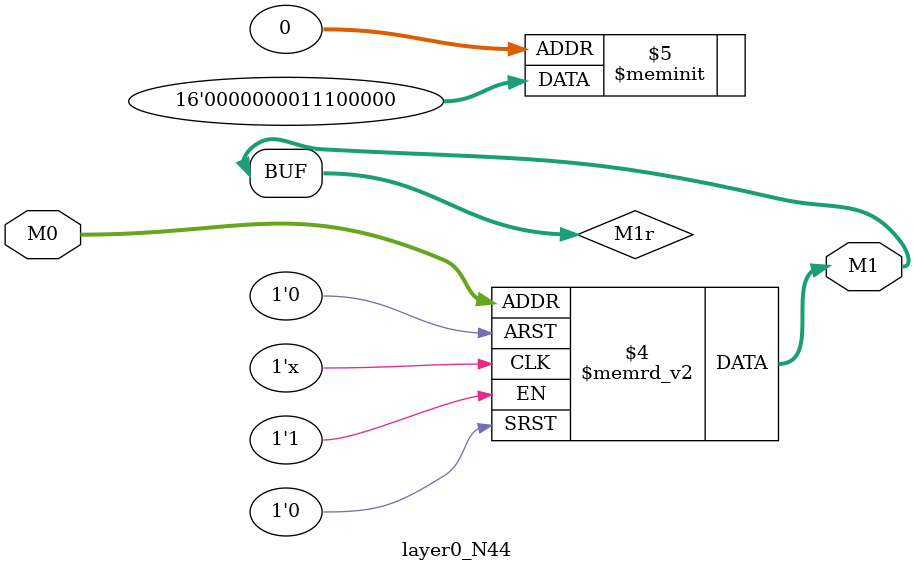
<source format=v>
module layer0_N44 ( input [2:0] M0, output [1:0] M1 );

	(*rom_style = "distributed" *) reg [1:0] M1r;
	assign M1 = M1r;
	always @ (M0) begin
		case (M0)
			3'b000: M1r = 2'b00;
			3'b100: M1r = 2'b00;
			3'b010: M1r = 2'b10;
			3'b110: M1r = 2'b00;
			3'b001: M1r = 2'b00;
			3'b101: M1r = 2'b00;
			3'b011: M1r = 2'b11;
			3'b111: M1r = 2'b00;

		endcase
	end
endmodule

</source>
